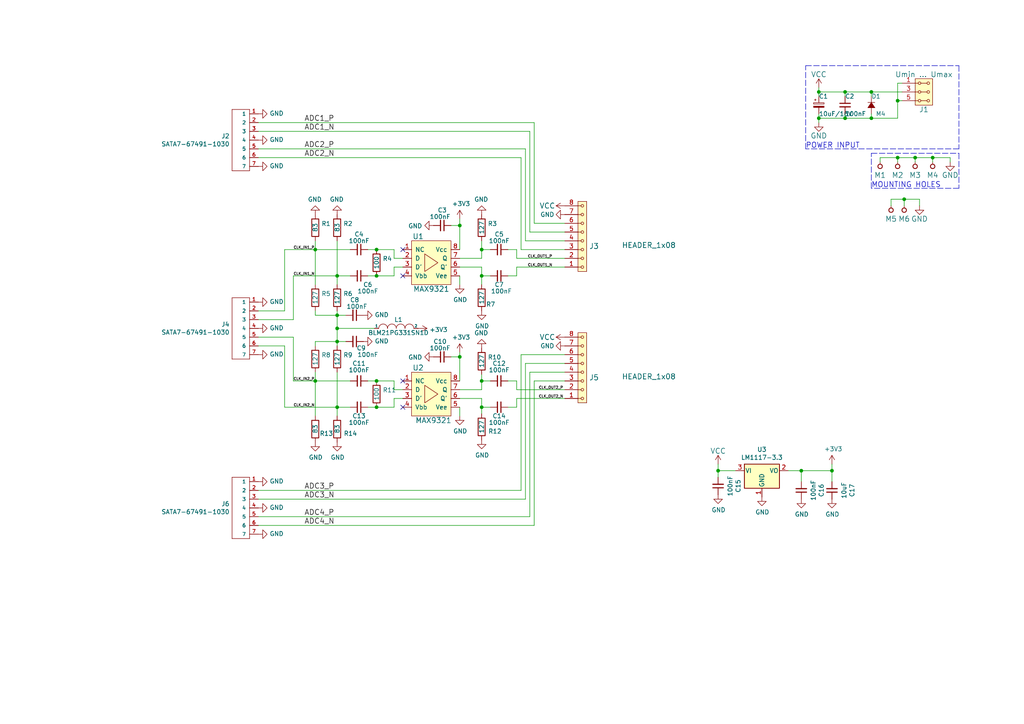
<source format=kicad_sch>
(kicad_sch (version 20211123) (generator eeschema)
  (paper "A4")
  (title_block (title "RFIQINT01A") (date "%F") (rev "REV 0.2") (company "ORBISYS www.orbisys.sk") (comment 1 "VERSION 1") (comment 2 "IQ signals link buffer") (comment 3 "Maksim Rezenov, Jakub kakona"))
  (lib_symbols
    (symbol "RFIQINT01A-rescue:CP_Small-RESCUE-RFIQINT01A" (pin_numbers hide) (pin_names (offset 0.254) hide)
      (property "Reference" "C" (at 0.254 1.778 0))
      (property "Value" "CP_Small-RESCUE-RFIQINT01A" (at 0.254 -2.032 0))
      (symbol "CP_Small-RESCUE-RFIQINT01A_0_1"
        (rectangle (start -1.524 -0.3048) (end 1.524 -0.6858) (fill (type outline)))
        (rectangle (start -1.524 0.6858) (end 1.524 0.3048))
        (polyline (pts (xy -1.27 1.524) (xy -0.762 1.524)))
        (polyline (pts (xy -1.016 1.27) (xy -1.016 1.778)))
      )
      (symbol "CP_Small-RESCUE-RFIQINT01A_1_1"
        (pin passive line (at 0 2.54 270) (length 1.8542) (name "~") (number "1"))
        (pin passive line (at 0 -2.54 90) (length 1.8542) (name "~") (number "2"))
      )
    )
    (symbol "RFIQINT01A-rescue:C_Small-RESCUE-RFIQINT01A" (pin_numbers hide) (pin_names (offset 0.254) hide)
      (property "Reference" "C" (at 0.254 1.778 0))
      (property "Value" "C_Small-RESCUE-RFIQINT01A" (at 0.254 -2.032 0))
      (symbol "C_Small-RESCUE-RFIQINT01A_0_1"
        (polyline (pts (xy -1.524 -0.508) (xy 1.524 -0.508)) (stroke (width 0.3302)))
        (polyline (pts (xy -1.524 0.508) (xy 1.524 0.508)) (stroke (width 0.3048)))
      )
      (symbol "C_Small-RESCUE-RFIQINT01A_1_1"
        (pin passive line (at 0 2.54 270) (length 1.905) (name "~") (number "1"))
        (pin passive line (at 0 -2.54 90) (length 2.032) (name "~") (number "2"))
      )
    )
    (symbol "RFIQINT01A-rescue:D_Small-RESCUE-RFIQINT01A" (pin_numbers hide) (pin_names (offset 0.254) hide)
      (property "Reference" "D" (at -1.27 2.032 0))
      (property "Value" "D_Small-RESCUE-RFIQINT01A" (at -3.81 -2.032 0))
      (symbol "D_Small-RESCUE-RFIQINT01A_0_1"
        (polyline (pts (xy -0.762 -1.016) (xy -0.762 1.016)))
        (polyline (pts (xy 0.762 -1.016) (xy -0.762 0) (xy 0.762 1.016) (xy 0.762 -1.016)) (fill (type outline)))
      )
      (symbol "D_Small-RESCUE-RFIQINT01A_1_1"
        (pin passive line (at -2.54 0 0) (length 1.778) (name "K") (number "1"))
        (pin passive line (at 2.54 0 180) (length 1.778) (name "A") (number "2"))
      )
    )
    (symbol "RFIQINT01A-rescue:HEADER_1x08-MLAB_HEADER" (pin_names (offset 1.016))
      (property "Reference" "J" (at 0 -11.43 0))
      (property "Value" "HEADER_1x08-MLAB_HEADER" (at 0 11.43 0))
      (symbol "HEADER_1x08-MLAB_HEADER_0_1"
        (rectangle (start -1.27 10.16) (end 1.27 -10.16) (fill (type background)))
        (circle (center 0 -8.89) (radius 0.381))
        (circle (center 0 -6.35) (radius 0.381))
        (circle (center 0 -3.81) (radius 0.381))
        (circle (center 0 -1.27) (radius 0.381))
        (polyline (pts (xy -1.27 -8.89) (xy -0.381 -8.89)))
        (polyline (pts (xy -1.27 -6.35) (xy -0.381 -6.35)))
        (polyline (pts (xy -1.27 -3.81) (xy -0.381 -3.81)))
        (polyline (pts (xy -1.27 -1.27) (xy -0.381 -1.27)))
        (polyline (pts (xy -1.27 1.27) (xy -0.381 1.27)))
        (polyline (pts (xy -1.27 3.81) (xy -0.381 3.81)))
        (polyline (pts (xy -1.27 6.35) (xy -0.381 6.35)))
        (polyline (pts (xy -1.27 8.89) (xy -0.381 8.89)))
        (circle (center 0 1.27) (radius 0.381))
        (circle (center 0 3.81) (radius 0.381))
        (circle (center 0 6.35) (radius 0.381))
        (circle (center 0 8.89) (radius 0.381))
      )
      (symbol "HEADER_1x08-MLAB_HEADER_1_1"
        (pin input line (at -5.08 8.89 0) (length 3.81) (name "~") (number "1"))
        (pin input line (at -5.08 6.35 0) (length 3.81) (name "~") (number "2"))
        (pin input line (at -5.08 3.81 0) (length 3.81) (name "~") (number "3"))
        (pin input line (at -5.08 1.27 0) (length 3.81) (name "~") (number "4"))
        (pin input line (at -5.08 -1.27 0) (length 3.81) (name "~") (number "5"))
        (pin input line (at -5.08 -3.81 0) (length 3.81) (name "~") (number "6"))
        (pin input line (at -5.08 -6.35 0) (length 3.81) (name "~") (number "7"))
        (pin input line (at -5.08 -8.89 0) (length 3.81) (name "~") (number "8"))
      )
    )
    (symbol "RFIQINT01A-rescue:HEADER_2x03_PARALLEL-RESCUE-RFIQINT01A" (pin_names (offset 1.016))
      (property "Reference" "J" (at 0 -5.08 0))
      (property "Value" "HEADER_2x03_PARALLEL-RESCUE-RFIQINT01A" (at 0 5.08 0))
      (symbol "HEADER_2x03_PARALLEL-RESCUE-RFIQINT01A_0_1"
        (rectangle (start -2.54 3.81) (end 2.54 -3.81) (fill (type background)))
        (circle (center -1.27 -2.54) (radius 0.381))
        (circle (center -1.27 0) (radius 0.381))
        (circle (center -1.27 2.54) (radius 0.381))
        (polyline (pts (xy -1.651 -2.54) (xy -2.54 -2.54)))
        (polyline (pts (xy -1.651 0) (xy -2.54 0)))
        (polyline (pts (xy -1.651 2.54) (xy -2.54 2.54)))
        (polyline (pts (xy -0.889 -2.54) (xy 0.889 -2.54)))
        (polyline (pts (xy -0.889 0) (xy 0.889 0)))
        (polyline (pts (xy -0.889 2.54) (xy 0.889 2.54)))
        (circle (center 1.27 -2.54) (radius 0.381))
        (circle (center 1.27 0) (radius 0.381))
        (circle (center 1.27 2.54) (radius 0.381))
      )
      (symbol "HEADER_2x03_PARALLEL-RESCUE-RFIQINT01A_1_1"
        (pin input line (at -6.35 2.54 0) (length 3.81) (name "~") (number "1"))
        (pin input line (at -6.35 2.54 0) (length 3.81) hide (name "~") (number "2"))
        (pin input line (at -6.35 0 0) (length 3.81) (name "~") (number "3"))
        (pin input line (at -6.35 0 0) (length 3.81) hide (name "~") (number "4"))
        (pin input line (at -6.35 -2.54 0) (length 3.81) (name "~") (number "5"))
        (pin input line (at -6.35 -2.54 0) (length 3.81) hide (name "~") (number "6"))
      )
    )
    (symbol "RFIQINT01A-rescue:HOLE-RESCUE-RFIQINT01A" (pin_numbers hide) (pin_names (offset 1.016) hide)
      (property "Reference" "M" (at 0 2.54 0))
      (property "Value" "HOLE-RESCUE-RFIQINT01A" (at 0 -2.54 0))
      (symbol "HOLE-RESCUE-RFIQINT01A_0_1"
        (circle (center 0 0) (radius 0.635) (stroke (width 0.254)))
      )
      (symbol "HOLE-RESCUE-RFIQINT01A_1_1"
        (pin input line (at 1.27 0 180) (length 0.635) (name "~") (number "1"))
      )
    )
    (symbol "RFIQINT01A-rescue:MAX9321-DENGS_lib" (pin_names (offset 1.016))
      (property "Reference" "U" (at 1.27 1.27 0))
      (property "Value" "MAX9321-DENGS_lib" (at 7.62 -13.97 0))
      (symbol "MAX9321-DENGS_lib_0_1"
        (polyline (pts (xy 6.35 -3.81) (xy 6.35 -8.89) (xy 10.16 -6.35) (xy 6.35 -3.81)))
        (rectangle (start 2.54 0) (end 13.97 -12.7) (fill (type background)))
      )
      (symbol "MAX9321-DENGS_lib_1_1"
        (pin input line (at 0 -2.54 0) (length 2.54) (name "NC") (number "1"))
        (pin input line (at 0 -5.08 0) (length 2.54) (name "D") (number "2"))
        (pin input line (at 0 -7.62 0) (length 2.54) (name "D'") (number "3"))
        (pin input line (at 0 -10.16 0) (length 2.54) (name "Vbb") (number "4"))
        (pin input line (at 16.51 -10.16 180) (length 2.54) (name "Vee") (number "5"))
        (pin input line (at 16.51 -7.62 180) (length 2.54) (name "Q'") (number "6"))
        (pin input line (at 16.51 -5.08 180) (length 2.54) (name "Q") (number "7"))
        (pin input line (at 16.51 -2.54 180) (length 2.54) (name "Vcc") (number "8"))
      )
    )
    (symbol "RFIQINT01A-rescue:SATA7-67491-1030-MLAB_CONNECTORS" (pin_names (offset 1.016))
      (property "Reference" "J" (at -2.54 10.16 0))
      (property "Value" "SATA7-67491-1030-MLAB_CONNECTORS" (at -2.54 -11.43 0))
      (symbol "SATA7-67491-1030-MLAB_CONNECTORS_1_0"
        (polyline (pts (xy -2.54 -8.89) (xy 2.54 -8.89)))
        (polyline (pts (xy -2.54 8.89) (xy -2.54 -8.89)))
        (polyline (pts (xy 2.54 -8.89) (xy 2.54 8.89)))
        (polyline (pts (xy 2.54 8.89) (xy -2.54 8.89)))
      )
      (symbol "SATA7-67491-1030-MLAB_CONNECTORS_1_1"
        (pin passive line (at -5.08 7.62 0) (length 2.54) (name "1") (number "1"))
        (pin passive line (at -5.08 5.08 0) (length 2.54) (name "2") (number "2"))
        (pin passive line (at -5.08 2.54 0) (length 2.54) (name "3") (number "3"))
        (pin passive line (at -5.08 0 0) (length 2.54) (name "4") (number "4"))
        (pin passive line (at -5.08 -2.54 0) (length 2.54) (name "5") (number "5"))
        (pin passive line (at -5.08 -5.08 0) (length 2.54) (name "6") (number "6"))
        (pin passive line (at -5.08 -7.62 0) (length 2.54) (name "7") (number "7"))
      )
    )
    (symbol "device:C_Small" (pin_numbers hide) (pin_names (offset 0.254) hide)
      (property "Reference" "C" (at 0.254 1.778 0))
      (property "Value" "device_C_Small" (at 0.254 -2.032 0))
      (symbol "C_Small_0_1"
        (polyline (pts (xy -1.524 -0.508) (xy 1.524 -0.508)) (stroke (width 0.3302)))
        (polyline (pts (xy -1.524 0.508) (xy 1.524 0.508)) (stroke (width 0.3048)))
      )
      (symbol "C_Small_1_1"
        (pin passive line (at 0 2.54 270) (length 2.032) (name "~") (number "1"))
        (pin passive line (at 0 -2.54 90) (length 2.032) (name "~") (number "2"))
      )
    )
    (symbol "device:R" (pin_numbers hide) (pin_names (offset 0))
      (property "Reference" "R" (at 2.032 0 90))
      (property "Value" "device_R" (at 0 0 90))
      (symbol "R_0_1"
        (rectangle (start -1.016 -2.54) (end 1.016 2.54) (stroke (width 0.254)))
      )
      (symbol "R_1_1"
        (pin passive line (at 0 3.81 270) (length 1.27) (name "~") (number "1"))
        (pin passive line (at 0 -3.81 90) (length 1.27) (name "~") (number "2"))
      )
    )
    (symbol "power:+3V3" (power) (pin_names (offset 0))
      (property "Value" "+3V3" (at 0 3.556 0))
      (symbol "+3V3_0_1"
        (polyline (pts (xy -0.762 1.27) (xy 0 2.54)))
        (polyline (pts (xy 0 0) (xy 0 2.54)))
        (polyline (pts (xy 0 2.54) (xy 0.762 1.27)))
      )
      (symbol "+3V3_1_1"
        (pin power_in line (at 0 0 90) (length 0) hide (name "+3V3") (number "1"))
      )
    )
    (symbol "power:GND" (power) (pin_names (offset 0))
      (property "Value" "GND" (at 0 -3.81 0))
      (symbol "GND_0_1"
        (polyline (pts (xy 0 0) (xy 0 -1.27) (xy 1.27 -1.27) (xy 0 -2.54) (xy -1.27 -1.27) (xy 0 -1.27)))
      )
      (symbol "GND_1_1"
        (pin power_in line (at 0 0 270) (length 0) hide (name "GND") (number "1"))
      )
    )
    (symbol "power:VCC" (power) (pin_names (offset 0))
      (property "Value" "VCC" (at 0 3.81 0))
      (symbol "VCC_0_1"
        (polyline (pts (xy -0.762 1.27) (xy 0 2.54)))
        (polyline (pts (xy 0 0) (xy 0 2.54)))
        (polyline (pts (xy 0 2.54) (xy 0.762 1.27)))
      )
      (symbol "VCC_1_1"
        (pin power_in line (at 0 0 90) (length 0) hide (name "VCC") (number "1"))
      )
    )
    (symbol "pspice:INDUCTOR" (pin_numbers hide) (pin_names (offset 0))
      (property "Reference" "L" (at 0 2.54 0))
      (property "Value" "INDUCTOR" (at 0 -1.27 0))
      (symbol "INDUCTOR_0_1"
        (arc (start -2.54 0) (mid -3.81 1.27) (end -5.08 0))
        (arc (start 0 0) (mid -1.27 1.27) (end -2.54 0))
        (arc (start 2.54 0) (mid 1.27 1.27) (end 0 0))
        (arc (start 5.08 0) (mid 3.81 1.27) (end 2.54 0))
      )
      (symbol "INDUCTOR_1_1"
        (pin input line (at -6.35 0 0) (length 1.27) (name "1") (number "1"))
        (pin input line (at 6.35 0 180) (length 1.27) (name "2") (number "2"))
      )
    )
    (symbol "regul:LM1117-1.8" (pin_names (offset 0.254))
      (property "Reference" "U" (at -3.81 3.175 0))
      (property "Value" "regul_LM1117-1.8" (at 0 3.175 0))
      (symbol "LM1117-1.8_0_1"
        (rectangle (start -5.08 -5.08) (end 5.08 1.905) (stroke (width 0.254)) (fill (type background)))
      )
      (symbol "LM1117-1.8_1_1"
        (pin power_in line (at 0 -7.62 90) (length 2.54) (name "GND") (number "1"))
        (pin power_out line (at 7.62 0 180) (length 2.54) (name "VO") (number "2"))
        (pin power_in line (at -7.62 0 0) (length 2.54) (name "VI") (number "3"))
      )
    )
  )
  (junction (at 245.11 26.67))
  (junction (at 270.51 45.72))
  (junction (at 241.3 136.525))
  (junction (at 97.79 80.01))
  (junction (at 139.7 80.01))
  (junction (at 262.255 57.785))
  (junction (at 237.49 34.29))
  (junction (at 260.35 45.72))
  (junction (at 133.35 65.405))
  (junction (at 139.7 118.11))
  (junction (at 109.22 110.49))
  (junction (at 97.79 118.11))
  (junction (at 97.79 99.06))
  (junction (at 245.11 34.29))
  (junction (at 133.35 103.505))
  (junction (at 97.79 91.44))
  (junction (at 139.7 110.49))
  (junction (at 109.22 80.01))
  (junction (at 97.79 95.25))
  (junction (at 91.44 72.39))
  (junction (at 139.7 72.39))
  (junction (at 265.43 45.72))
  (junction (at 109.22 72.39))
  (junction (at 232.41 136.525))
  (junction (at 91.44 110.49))
  (junction (at 237.49 26.67))
  (junction (at 109.22 118.11))
  (junction (at 252.73 26.67))
  (junction (at 252.73 34.29))
  (junction (at 260.35 29.21))
  (junction (at 208.28 136.525))
  (no_connect (at 116.84 110.49))
  (no_connect (at 116.84 118.11))
  (no_connect (at 116.84 72.39))
  (no_connect (at 116.84 80.01))
  (wire (pts (xy 275.59 45.72) (xy 270.51 45.72)))
  (wire (pts (xy 139.7 80.01) (xy 142.24 80.01)))
  (wire (pts (xy 139.7 113.03) (xy 139.7 110.49)))
  (wire (pts (xy 147.32 72.39) (xy 149.86 72.39)))
  (wire (pts (xy 74.93 149.86) (xy 153.67 149.86)))
  (wire (pts (xy 109.22 110.49) (xy 114.3 110.49)))
  (wire (pts (xy 213.36 136.525) (xy 208.28 136.525)))
  (wire (pts (xy 133.35 118.11) (xy 133.35 120.65)))
  (wire (pts (xy 97.79 69.85) (xy 97.79 80.01)))
  (wire (pts (xy 130.81 65.405) (xy 133.35 65.405)))
  (wire (pts (xy 97.79 118.11) (xy 97.79 120.65)))
  (wire (pts (xy 109.22 118.11) (xy 114.3 118.11)))
  (wire (pts (xy 106.68 110.49) (xy 109.22 110.49)))
  (wire (pts (xy 74.93 152.4) (xy 154.94 152.4)))
  (wire (pts (xy 139.7 74.93) (xy 139.7 72.39)))
  (wire (pts (xy 237.49 34.29) (xy 237.49 35.56)))
  (wire (pts (xy 245.11 34.29) (xy 237.49 34.29)))
  (wire (pts (xy 261.62 26.67) (xy 252.73 26.67)))
  (wire (pts (xy 74.93 142.24) (xy 151.13 142.24)))
  (wire (pts (xy 245.11 33.02) (xy 245.11 34.29)))
  (wire (pts (xy 133.35 113.03) (xy 139.7 113.03)))
  (wire (pts (xy 82.55 118.11) (xy 97.79 118.11)))
  (wire (pts (xy 97.79 80.01) (xy 97.79 82.55)))
  (wire (pts (xy 258.445 59.69) (xy 258.445 57.785)))
  (wire (pts (xy 147.32 110.49) (xy 149.86 110.49)))
  (wire (pts (xy 228.6 136.525) (xy 232.41 136.525)))
  (wire (pts (xy 252.73 33.02) (xy 252.73 34.29)))
  (wire (pts (xy 85.09 110.49) (xy 91.44 110.49)))
  (wire (pts (xy 149.86 80.01) (xy 149.86 77.47)))
  (wire (pts (xy 109.22 72.39) (xy 114.3 72.39)))
  (wire (pts (xy 270.51 46.99) (xy 270.51 45.72)))
  (wire (pts (xy 106.68 72.39) (xy 109.22 72.39)))
  (wire (pts (xy 152.4 105.41) (xy 163.83 105.41)))
  (wire (pts (xy 258.445 57.785) (xy 262.255 57.785)))
  (wire (pts (xy 260.35 45.72) (xy 255.27 45.72)))
  (wire (pts (xy 91.44 72.39) (xy 101.6 72.39)))
  (polyline (pts (xy 278.13 19.05) (xy 278.13 43.18)))
  (wire (pts (xy 133.35 72.39) (xy 133.35 65.405)))
  (wire (pts (xy 241.3 134.62) (xy 241.3 136.525)))
  (wire (pts (xy 114.3 80.01) (xy 114.3 77.47)))
  (wire (pts (xy 151.13 102.87) (xy 163.83 102.87)))
  (wire (pts (xy 97.79 90.17) (xy 97.79 91.44)))
  (wire (pts (xy 91.44 69.85) (xy 91.44 72.39)))
  (wire (pts (xy 91.44 82.55) (xy 91.44 72.39)))
  (wire (pts (xy 154.94 152.4) (xy 154.94 110.49)))
  (wire (pts (xy 97.79 107.95) (xy 97.79 118.11)))
  (wire (pts (xy 139.7 118.11) (xy 139.7 120.015)))
  (wire (pts (xy 154.94 110.49) (xy 163.83 110.49)))
  (wire (pts (xy 149.86 72.39) (xy 149.86 74.93)))
  (wire (pts (xy 208.28 136.525) (xy 208.28 138.43)))
  (wire (pts (xy 133.35 65.405) (xy 133.35 63.5)))
  (wire (pts (xy 153.67 149.86) (xy 153.67 107.95)))
  (wire (pts (xy 82.55 100.33) (xy 82.55 118.11)))
  (polyline (pts (xy 278.13 44.45) (xy 278.13 54.61)))
  (wire (pts (xy 74.93 97.79) (xy 85.09 97.79)))
  (wire (pts (xy 252.73 27.94) (xy 252.73 26.67)))
  (wire (pts (xy 142.24 118.11) (xy 139.7 118.11)))
  (wire (pts (xy 82.55 90.17) (xy 82.55 72.39)))
  (wire (pts (xy 262.255 57.785) (xy 266.7 57.785)))
  (wire (pts (xy 163.83 64.77) (xy 154.94 64.77)))
  (wire (pts (xy 237.49 26.67) (xy 237.49 27.94)))
  (wire (pts (xy 114.3 74.93) (xy 116.84 74.93)))
  (wire (pts (xy 74.93 45.72) (xy 151.13 45.72)))
  (wire (pts (xy 101.6 118.11) (xy 97.79 118.11)))
  (wire (pts (xy 142.24 110.49) (xy 139.7 110.49)))
  (wire (pts (xy 149.86 110.49) (xy 149.86 113.03)))
  (wire (pts (xy 108.585 95.25) (xy 97.79 95.25)))
  (wire (pts (xy 266.7 57.785) (xy 266.7 59.69)))
  (wire (pts (xy 151.13 72.39) (xy 163.83 72.39)))
  (wire (pts (xy 133.35 82.55) (xy 133.35 80.01)))
  (wire (pts (xy 130.81 103.505) (xy 133.35 103.505)))
  (polyline (pts (xy 278.13 54.61) (xy 252.73 54.61)))
  (wire (pts (xy 139.7 72.39) (xy 142.24 72.39)))
  (wire (pts (xy 262.255 59.69) (xy 262.255 57.785)))
  (wire (pts (xy 85.09 97.79) (xy 85.09 110.49)))
  (wire (pts (xy 149.86 77.47) (xy 163.83 77.47)))
  (wire (pts (xy 74.93 144.78) (xy 152.4 144.78)))
  (wire (pts (xy 260.35 34.29) (xy 252.73 34.29)))
  (wire (pts (xy 245.11 26.67) (xy 237.49 26.67)))
  (wire (pts (xy 147.32 118.11) (xy 149.86 118.11)))
  (wire (pts (xy 265.43 46.99) (xy 265.43 45.72)))
  (wire (pts (xy 261.62 24.13) (xy 260.35 24.13)))
  (wire (pts (xy 252.73 26.67) (xy 245.11 26.67)))
  (wire (pts (xy 91.44 99.06) (xy 97.79 99.06)))
  (wire (pts (xy 154.94 64.77) (xy 154.94 35.56)))
  (wire (pts (xy 97.79 95.25) (xy 97.79 99.06)))
  (wire (pts (xy 109.22 80.01) (xy 114.3 80.01)))
  (wire (pts (xy 74.93 92.71) (xy 85.09 92.71)))
  (wire (pts (xy 114.3 110.49) (xy 114.3 113.03)))
  (wire (pts (xy 151.13 45.72) (xy 151.13 72.39)))
  (wire (pts (xy 139.7 69.85) (xy 139.7 72.39)))
  (wire (pts (xy 133.35 103.505) (xy 133.35 110.49)))
  (wire (pts (xy 97.79 99.06) (xy 100.33 99.06)))
  (wire (pts (xy 270.51 45.72) (xy 265.43 45.72)))
  (wire (pts (xy 97.79 99.06) (xy 97.79 100.33)))
  (wire (pts (xy 106.68 80.01) (xy 109.22 80.01)))
  (wire (pts (xy 237.49 25.4) (xy 237.49 26.67)))
  (wire (pts (xy 101.6 80.01) (xy 97.79 80.01)))
  (wire (pts (xy 149.86 74.93) (xy 163.83 74.93)))
  (wire (pts (xy 147.32 80.01) (xy 149.86 80.01)))
  (wire (pts (xy 149.86 115.57) (xy 163.83 115.57)))
  (wire (pts (xy 114.3 118.11) (xy 114.3 115.57)))
  (polyline (pts (xy 233.68 43.18) (xy 233.68 19.05)))
  (wire (pts (xy 97.79 95.25) (xy 97.79 91.44)))
  (wire (pts (xy 252.73 34.29) (xy 245.11 34.29)))
  (wire (pts (xy 91.44 120.65) (xy 91.44 110.49)))
  (wire (pts (xy 139.7 110.49) (xy 139.7 108.585)))
  (wire (pts (xy 152.4 69.85) (xy 152.4 43.18)))
  (wire (pts (xy 133.35 77.47) (xy 139.7 77.47)))
  (wire (pts (xy 91.44 110.49) (xy 91.44 107.95)))
  (wire (pts (xy 74.93 90.17) (xy 82.55 90.17)))
  (polyline (pts (xy 252.73 54.61) (xy 252.73 44.45)))
  (wire (pts (xy 151.13 142.24) (xy 151.13 102.87)))
  (wire (pts (xy 91.44 100.33) (xy 91.44 99.06)))
  (wire (pts (xy 85.09 80.01) (xy 97.79 80.01)))
  (wire (pts (xy 261.62 29.21) (xy 260.35 29.21)))
  (wire (pts (xy 133.35 74.93) (xy 139.7 74.93)))
  (wire (pts (xy 133.35 102.235) (xy 133.35 103.505)))
  (wire (pts (xy 74.93 38.1) (xy 153.67 38.1)))
  (wire (pts (xy 245.11 27.94) (xy 245.11 26.67)))
  (wire (pts (xy 237.49 33.02) (xy 237.49 34.29)))
  (wire (pts (xy 255.27 45.72) (xy 255.27 46.99)))
  (wire (pts (xy 149.86 113.03) (xy 163.83 113.03)))
  (wire (pts (xy 97.79 91.44) (xy 100.33 91.44)))
  (wire (pts (xy 232.41 136.525) (xy 241.3 136.525)))
  (wire (pts (xy 260.35 46.99) (xy 260.35 45.72)))
  (wire (pts (xy 149.86 118.11) (xy 149.86 115.57)))
  (wire (pts (xy 114.3 72.39) (xy 114.3 74.93)))
  (wire (pts (xy 154.94 35.56) (xy 74.93 35.56)))
  (polyline (pts (xy 233.68 19.05) (xy 278.13 19.05)))
  (wire (pts (xy 241.3 136.525) (xy 241.3 139.7)))
  (wire (pts (xy 153.67 107.95) (xy 163.83 107.95)))
  (wire (pts (xy 139.7 77.47) (xy 139.7 80.01)))
  (wire (pts (xy 153.67 38.1) (xy 153.67 67.31)))
  (wire (pts (xy 153.67 67.31) (xy 163.83 67.31)))
  (wire (pts (xy 133.35 115.57) (xy 139.7 115.57)))
  (wire (pts (xy 85.09 92.71) (xy 85.09 80.01)))
  (polyline (pts (xy 252.73 44.45) (xy 278.13 44.45)))
  (wire (pts (xy 82.55 72.39) (xy 91.44 72.39)))
  (wire (pts (xy 74.93 100.33) (xy 82.55 100.33)))
  (wire (pts (xy 106.68 118.11) (xy 109.22 118.11)))
  (wire (pts (xy 208.28 134.62) (xy 208.28 136.525)))
  (wire (pts (xy 163.83 69.85) (xy 152.4 69.85)))
  (wire (pts (xy 139.7 115.57) (xy 139.7 118.11)))
  (wire (pts (xy 275.59 46.99) (xy 275.59 45.72)))
  (wire (pts (xy 114.3 115.57) (xy 116.84 115.57)))
  (wire (pts (xy 265.43 45.72) (xy 260.35 45.72)))
  (wire (pts (xy 97.79 91.44) (xy 91.44 91.44)))
  (wire (pts (xy 152.4 144.78) (xy 152.4 105.41)))
  (polyline (pts (xy 278.13 43.18) (xy 233.68 43.18)))
  (wire (pts (xy 260.35 29.21) (xy 260.35 34.29)))
  (wire (pts (xy 114.3 77.47) (xy 116.84 77.47)))
  (wire (pts (xy 260.35 24.13) (xy 260.35 29.21)))
  (wire (pts (xy 91.44 91.44) (xy 91.44 90.17)))
  (wire (pts (xy 232.41 139.7) (xy 232.41 136.525)))
  (wire (pts (xy 152.4 43.18) (xy 74.93 43.18)))
  (wire (pts (xy 139.7 82.55) (xy 139.7 80.01)))
  (wire (pts (xy 101.6 110.49) (xy 91.44 110.49)))
  (wire (pts (xy 114.3 113.03) (xy 116.84 113.03)))
  (text "POWER INPUT" (at 233.68 43.18 0) (effects (font (size 1.524 1.524)) (justify left bottom)))
  (text "MOUNTING HOLES" (at 252.73 54.61 0) (effects (font (size 1.524 1.524)) (justify left bottom)))
  (label "ADC1_N" (at 88.265 38.1 0) (effects (font (size 1.524 1.524))))
  (label "ADC4_P" (at 88.265 149.86 0) (effects (font (size 1.524 1.524))))
  (label "CLK_IN2_P" (at 85.09 110.49 0) (effects (font (size 0.762 0.762))))
  (label "ADC2_P" (at 88.265 43.18 0) (effects (font (size 1.524 1.524))))
  (label "ADC1_P" (at 88.265 35.56 0) (effects (font (size 1.524 1.524))))
  (label "ADC3_N" (at 88.265 144.78 0) (effects (font (size 1.524 1.524))))
  (label "CLK_OUT1_N" (at 153.035 77.47 0) (effects (font (size 0.762 0.762))))
  (label "CLK_IN1_P" (at 85.09 72.39 0) (effects (font (size 0.762 0.762))))
  (label "CLK_OUT2_N" (at 156.21 115.57 0) (effects (font (size 0.762 0.762))))
  (label "CLK_OUT1_P" (at 153.035 74.93 0) (effects (font (size 0.762 0.762))))
  (label "CLK_IN2_N" (at 85.09 118.11 0) (effects (font (size 0.762 0.762))))
  (label "CLK_OUT2_P" (at 156.21 113.03 0) (effects (font (size 0.762 0.762))))
  (label "ADC2_N" (at 88.265 45.72 0) (effects (font (size 1.524 1.524))))
  (label "ADC4_N" (at 88.265 152.4 0) (effects (font (size 1.524 1.524))))
  (label "ADC3_P" (at 88.265 142.24 0) (effects (font (size 1.524 1.524))))
  (label "CLK_IN1_N" (at 85.09 80.01 0) (effects (font (size 0.762 0.762))))
  (symbol (lib_id "RFIQINT01A-rescue:HEADER_2x03_PARALLEL-RESCUE-RFIQINT01A") (at 267.97 26.67 0) (unit 1)
    (property "Reference" "J1" (at 267.97 31.75 0) (effects (font (size 1.524 1.524))))
    (property "Value" "Umin ... Umax" (at 267.97 21.59 0) (effects (font (size 1.524 1.524))))
    (property "Footprint" "Mlab_Pin_Headers:Straight_2x03" (effects hide))
  )
  (symbol (lib_id "power:VCC") (at 237.49 25.4 0) (unit 1)
    (property "Reference" "#PWR01" (effects hide))
    (property "Value" "VCC" (at 237.49 21.59 0) (effects (font (size 1.524 1.524))))
  )
  (symbol (lib_id "power:GND") (at 237.49 35.56 0) (unit 1)
    (property "Reference" "#PWR03" (effects hide))
    (property "Value" "GND" (at 237.49 39.37 0) (effects (font (size 1.524 1.524))))
  )
  (symbol (lib_id "RFIQINT01A-rescue:HOLE-RESCUE-RFIQINT01A") (at 255.27 48.26 90) (unit 1)
    (property "Reference" "M1" (at 255.27 50.8 90) (effects (font (size 1.524 1.524))))
    (property "Value" "HOLE" (effects hide))
    (property "Footprint" "Mlab_Mechanical:MountingHole_3mm" (effects hide))
  )
  (symbol (lib_id "RFIQINT01A-rescue:HOLE-RESCUE-RFIQINT01A") (at 260.35 48.26 90) (unit 1)
    (property "Reference" "M2" (at 260.35 50.8 90) (effects (font (size 1.524 1.524))))
    (property "Value" "HOLE" (effects hide))
    (property "Footprint" "Mlab_Mechanical:MountingHole_3mm" (effects hide))
  )
  (symbol (lib_id "RFIQINT01A-rescue:HOLE-RESCUE-RFIQINT01A") (at 265.43 48.26 90) (unit 1)
    (property "Reference" "M3" (at 265.43 50.8 90) (effects (font (size 1.524 1.524))))
    (property "Value" "HOLE" (effects hide))
    (property "Footprint" "Mlab_Mechanical:MountingHole_3mm" (effects hide))
  )
  (symbol (lib_id "RFIQINT01A-rescue:HOLE-RESCUE-RFIQINT01A") (at 270.51 48.26 90) (unit 1)
    (property "Reference" "M4" (at 270.51 50.8 90) (effects (font (size 1.524 1.524))))
    (property "Value" "HOLE" (effects hide))
    (property "Footprint" "Mlab_Mechanical:MountingHole_3mm" (effects hide))
  )
  (symbol (lib_id "power:GND") (at 275.59 46.99 0) (unit 1)
    (property "Reference" "#PWR05" (effects hide))
    (property "Value" "GND" (at 275.59 50.8 0) (effects (font (size 1.524 1.524))))
  )
  (symbol (lib_id "RFIQINT01A-rescue:D_Small-RESCUE-RFIQINT01A") (at 252.73 30.48 90) (mirror x) (unit 1)
    (property "Reference" "D1" (at 252.73 27.94 90) (effects (justify right)))
    (property "Value" "M4" (at 254 33.02 90) (effects (justify right)))
    (property "Footprint" "Diodes_SMD:D_SMA" (effects hide))
  )
  (symbol (lib_id "RFIQINT01A-rescue:C_Small-RESCUE-RFIQINT01A") (at 245.11 30.48 0) (unit 1)
    (property "Reference" "C2" (at 245.11 27.94 0) (effects (justify left)))
    (property "Value" "100nF" (at 245.11 33.02 0) (effects (justify left)))
    (property "Footprint" "Mlab_C:SMD-0603" (effects hide))
  )
  (symbol (lib_id "RFIQINT01A-rescue:CP_Small-RESCUE-RFIQINT01A") (at 237.49 30.48 0) (unit 1)
    (property "Reference" "C1" (at 237.49 27.94 0) (effects (justify left)))
    (property "Value" "10uF/16V" (at 237.49 33.02 0) (effects (justify left)))
    (property "Footprint" "Capacitors_SMD:C_1210_HandSoldering" (effects hide))
  )
  (symbol (lib_id "RFIQINT01A-rescue:MAX9321-DENGS_lib") (at 116.84 69.85 0) (unit 1)
    (property "Reference" "U1" (at 121.285 68.58 0) (effects (font (size 1.524 1.524))))
    (property "Value" "MAX9321" (at 125.095 83.82 0) (effects (font (size 1.524 1.524))))
    (property "Footprint" "Housings_SOIC:SOIC-8_3.9x4.9mm_Pitch1.27mm" (effects hide))
  )
  (symbol (lib_id "RFIQINT01A-rescue:SATA7-67491-1030-MLAB_CONNECTORS") (at 69.85 95.25 0) (mirror y) (unit 1)
    (property "Reference" "J4" (at 66.5988 94.0816 0) (effects (justify left)))
    (property "Value" "SATA7-67491-1030" (at 66.5988 96.393 0) (effects (justify left)))
    (property "Footprint" "Connectors:SATA-7_THT_VERT_2" (effects hide))
  )
  (symbol (lib_id "RFIQINT01A-rescue:HEADER_1x08-MLAB_HEADER") (at 168.91 68.58 0) (mirror x) (unit 1)
    (property "Reference" "J3" (at 170.8658 71.3994 0) (effects (font (size 1.524 1.524)) (justify left)))
    (property "Value" "HEADER_1x08" (at 180.34 71.12 0) (effects (font (size 1.524 1.524)) (justify left)))
    (property "Footprint" "maxrez:IDC381-8-110" (effects hide))
  )
  (symbol (lib_id "device:R") (at 109.22 76.2 0) (unit 1)
    (property "Reference" "R4" (at 110.998 75.0316 0) (effects (justify left)))
    (property "Value" "100" (at 109.22 78.105 90) (effects (justify left)))
    (property "Footprint" "Mlab_R:SMD-0603" (effects hide))
  )
  (symbol (lib_id "device:C_Small") (at 104.14 72.39 270) (unit 1)
    (property "Reference" "C4" (at 104.14 67.945 90))
    (property "Value" "100nF" (at 104.14 69.85 90))
    (property "Footprint" "Mlab_C:SMD-0603" (effects hide))
  )
  (symbol (lib_id "pspice:INDUCTOR") (at 114.935 95.25 0) (unit 1)
    (property "Reference" "L1" (at 115.57 92.71 0))
    (property "Value" "BLM21PG331SN1D" (at 115.57 96.52 0))
    (property "Footprint" "Inductors_SMD:L_0805" (effects hide))
    (property "MFPN" "BLM21PG331SN1D" (effects hide))
  )
  (symbol (lib_id "device:C_Small") (at 104.14 80.01 270) (unit 1)
    (property "Reference" "C6" (at 106.68 82.55 90))
    (property "Value" "100nF" (at 106.68 84.455 90))
    (property "Footprint" "Mlab_C:SMD-0603" (effects hide))
  )
  (symbol (lib_id "device:R") (at 91.44 86.36 0) (unit 1)
    (property "Reference" "R5" (at 93.218 85.1916 0) (effects (justify left)))
    (property "Value" "127" (at 91.44 88.265 90) (effects (justify left)))
    (property "Footprint" "Mlab_R:SMD-0603" (effects hide))
  )
  (symbol (lib_id "device:R") (at 97.79 66.04 0) (unit 1)
    (property "Reference" "R2" (at 99.568 64.8716 0) (effects (justify left)))
    (property "Value" "83" (at 97.79 67.31 90) (effects (justify left)))
    (property "Footprint" "Mlab_R:SMD-0603" (effects hide))
  )
  (symbol (lib_id "device:R") (at 97.79 86.36 0) (unit 1)
    (property "Reference" "R6" (at 99.568 85.1916 0) (effects (justify left)))
    (property "Value" "127" (at 97.79 88.265 90) (effects (justify left)))
    (property "Footprint" "Mlab_R:SMD-0603" (effects hide))
  )
  (symbol (lib_id "device:R") (at 91.44 66.04 0) (unit 1)
    (property "Reference" "R1" (at 93.218 64.8716 0) (effects (justify left)))
    (property "Value" "83" (at 91.44 67.31 90) (effects (justify left)))
    (property "Footprint" "Mlab_R:SMD-0603" (effects hide))
  )
  (symbol (lib_id "power:GND") (at 97.79 62.23 180) (unit 1)
    (property "Reference" "#PWR09" (effects hide))
    (property "Value" "GND" (at 97.663 57.8358 0))
  )
  (symbol (lib_id "power:GND") (at 91.44 62.23 180) (unit 1)
    (property "Reference" "#PWR08" (effects hide))
    (property "Value" "GND" (at 91.313 57.8358 0))
  )
  (symbol (lib_id "device:C_Small") (at 102.87 91.44 270) (unit 1)
    (property "Reference" "C8" (at 102.87 86.995 90))
    (property "Value" "100nF" (at 103.505 88.9 90))
    (property "Footprint" "Mlab_C:SMD-0603" (effects hide))
  )
  (symbol (lib_id "power:GND") (at 105.41 91.44 90) (unit 1)
    (property "Reference" "#PWR017" (effects hide))
    (property "Value" "GND" (at 108.6612 91.313 90) (effects (justify right)))
  )
  (symbol (lib_id "power:+3V3") (at 121.285 95.25 270) (unit 1)
    (property "Reference" "#PWR018" (effects hide))
    (property "Value" "+3V3" (at 124.5362 95.631 90) (effects (justify left)))
  )
  (symbol (lib_id "power:GND") (at 74.93 87.63 90) (unit 1)
    (property "Reference" "#PWR015" (effects hide))
    (property "Value" "GND" (at 78.1812 87.503 90) (effects (justify right)))
  )
  (symbol (lib_id "power:GND") (at 74.93 95.25 90) (unit 1)
    (property "Reference" "#PWR019" (effects hide))
    (property "Value" "GND" (at 78.1812 95.123 90) (effects (justify right)))
  )
  (symbol (lib_id "power:GND") (at 74.93 102.87 90) (unit 1)
    (property "Reference" "#PWR026" (effects hide))
    (property "Value" "GND" (at 78.1812 102.743 90) (effects (justify right)))
  )
  (symbol (lib_id "device:C_Small") (at 144.78 72.39 270) (unit 1)
    (property "Reference" "C5" (at 144.78 67.945 90))
    (property "Value" "100nF" (at 144.78 69.85 90))
    (property "Footprint" "Mlab_C:SMD-0603" (effects hide))
  )
  (symbol (lib_id "device:C_Small") (at 144.78 80.01 270) (unit 1)
    (property "Reference" "C7" (at 144.78 82.55 90))
    (property "Value" "100nF" (at 145.415 84.455 90))
    (property "Footprint" "Mlab_C:SMD-0603" (effects hide))
  )
  (symbol (lib_id "device:R") (at 139.7 86.36 0) (unit 1)
    (property "Reference" "R7" (at 140.97 88.265 0) (effects (justify left)))
    (property "Value" "127" (at 139.7 88.265 90) (effects (justify left)))
    (property "Footprint" "Mlab_R:SMD-0603" (effects hide))
  )
  (symbol (lib_id "device:R") (at 139.7 66.04 0) (unit 1)
    (property "Reference" "R3" (at 141.478 64.8716 0) (effects (justify left)))
    (property "Value" "127" (at 139.7 67.945 90) (effects (justify left)))
    (property "Footprint" "Mlab_R:SMD-0603" (effects hide))
  )
  (symbol (lib_id "power:GND") (at 139.7 90.17 0) (unit 1)
    (property "Reference" "#PWR016" (effects hide))
    (property "Value" "GND" (at 139.827 94.5642 0))
  )
  (symbol (lib_id "power:GND") (at 139.7 62.23 180) (unit 1)
    (property "Reference" "#PWR010" (effects hide))
    (property "Value" "GND" (at 139.573 57.8358 0))
  )
  (symbol (lib_id "power:GND") (at 133.35 82.55 0) (unit 1)
    (property "Reference" "#PWR014" (effects hide))
    (property "Value" "GND" (at 133.477 86.9442 0))
  )
  (symbol (lib_id "power:+3V3") (at 133.35 63.5 0) (unit 1)
    (property "Reference" "#PWR012" (effects hide))
    (property "Value" "+3V3" (at 133.731 59.1058 0))
  )
  (symbol (lib_id "device:C_Small") (at 128.27 65.405 270) (unit 1)
    (property "Reference" "C3" (at 128.27 60.96 90))
    (property "Value" "100nF" (at 127.635 62.865 90))
    (property "Footprint" "Mlab_C:SMD-0603" (effects hide))
  )
  (symbol (lib_id "power:GND") (at 125.73 65.405 270) (unit 1)
    (property "Reference" "#PWR013" (effects hide))
    (property "Value" "GND" (at 122.4788 65.532 90) (effects (justify right)))
  )
  (symbol (lib_id "regul:LM1117-1.8") (at 220.98 136.525 0) (unit 1)
    (property "Reference" "U3" (at 220.98 130.3782 0))
    (property "Value" "LM1117-3.3" (at 220.98 132.6896 0))
    (property "Footprint" "TO_SOT_Packages_SMD:SOT-223-3_TabPin2" (effects hide))
    (property "Datasheet" "http://www.ti.com/lit/ds/symlink/lm1117.pdf" (effects hide))
  )
  (symbol (lib_id "device:C_Small") (at 208.28 140.97 180) (unit 1)
    (property "Reference" "C15" (at 214.0966 140.97 90))
    (property "Value" "100nF" (at 211.7852 140.97 90))
    (property "Footprint" "Mlab_C:SMD-0603" (effects hide))
  )
  (symbol (lib_id "device:C_Small") (at 232.41 142.24 180) (unit 1)
    (property "Reference" "C16" (at 238.2266 142.24 90))
    (property "Value" "100nF" (at 235.9152 142.24 90))
    (property "Footprint" "Mlab_C:SMD-0603" (effects hide))
  )
  (symbol (lib_id "device:C_Small") (at 241.3 142.24 180) (unit 1)
    (property "Reference" "C17" (at 247.1166 142.24 90))
    (property "Value" "10uF" (at 244.8052 142.24 90))
    (property "Footprint" "Mlab_C:C_0805" (effects hide))
  )
  (symbol (lib_id "power:GND") (at 220.98 144.145 0) (unit 1)
    (property "Reference" "#PWR035" (effects hide))
    (property "Value" "GND" (at 221.107 148.5392 0))
  )
  (symbol (lib_id "power:GND") (at 208.28 143.51 0) (unit 1)
    (property "Reference" "#PWR034" (effects hide))
    (property "Value" "GND" (at 208.407 147.9042 0))
  )
  (symbol (lib_id "power:GND") (at 232.41 144.78 0) (unit 1)
    (property "Reference" "#PWR036" (effects hide))
    (property "Value" "GND" (at 232.537 149.1742 0))
  )
  (symbol (lib_id "power:GND") (at 241.3 144.78 0) (unit 1)
    (property "Reference" "#PWR037" (effects hide))
    (property "Value" "GND" (at 241.427 149.1742 0))
  )
  (symbol (lib_id "power:VCC") (at 208.28 134.62 0) (unit 1)
    (property "Reference" "#PWR031" (effects hide))
    (property "Value" "VCC" (at 208.28 130.81 0) (effects (font (size 1.524 1.524))))
  )
  (symbol (lib_id "power:+3V3") (at 241.3 134.62 0) (unit 1)
    (property "Reference" "#PWR032" (effects hide))
    (property "Value" "+3V3" (at 241.681 130.2258 0))
  )
  (symbol (lib_id "power:VCC") (at 163.83 59.69 90) (unit 1)
    (property "Reference" "#PWR07" (effects hide))
    (property "Value" "VCC" (at 158.75 59.69 90) (effects (font (size 1.524 1.524))))
  )
  (symbol (lib_id "power:GND") (at 163.83 62.23 270) (unit 1)
    (property "Reference" "#PWR011" (effects hide))
    (property "Value" "GND" (at 158.75 62.23 90))
  )
  (symbol (lib_id "RFIQINT01A-rescue:SATA7-67491-1030-MLAB_CONNECTORS") (at 69.85 40.64 0) (mirror y) (unit 1)
    (property "Reference" "J2" (at 66.5988 39.4716 0) (effects (justify left)))
    (property "Value" "SATA7-67491-1030" (at 66.5988 41.783 0) (effects (justify left)))
    (property "Footprint" "Connectors:SATA-7_THT_VERT_2" (effects hide))
  )
  (symbol (lib_id "power:GND") (at 74.93 48.26 90) (unit 1)
    (property "Reference" "#PWR06" (effects hide))
    (property "Value" "GND" (at 78.1812 48.133 90) (effects (justify right)))
  )
  (symbol (lib_id "power:GND") (at 74.93 40.64 90) (unit 1)
    (property "Reference" "#PWR04" (effects hide))
    (property "Value" "GND" (at 78.1812 40.513 90) (effects (justify right)))
  )
  (symbol (lib_id "power:GND") (at 74.93 33.02 90) (unit 1)
    (property "Reference" "#PWR02" (effects hide))
    (property "Value" "GND" (at 78.1812 32.893 90) (effects (justify right)))
  )
  (symbol (lib_id "RFIQINT01A-rescue:MAX9321-DENGS_lib") (at 116.84 107.95 0) (unit 1)
    (property "Reference" "U2" (at 121.285 106.68 0) (effects (font (size 1.524 1.524))))
    (property "Value" "MAX9321" (at 125.73 121.92 0) (effects (font (size 1.524 1.524))))
    (property "Footprint" "Housings_SOIC:SOIC-8_3.9x4.9mm_Pitch1.27mm" (effects hide))
  )
  (symbol (lib_id "power:GND") (at 133.35 120.65 0) (unit 1)
    (property "Reference" "#PWR027" (effects hide))
    (property "Value" "GND" (at 133.477 125.0442 0))
  )
  (symbol (lib_id "device:R") (at 139.7 104.775 0) (unit 1)
    (property "Reference" "R10" (at 141.478 103.6066 0) (effects (justify left)))
    (property "Value" "127" (at 139.7 106.68 90) (effects (justify left)))
    (property "Footprint" "Mlab_R:SMD-0603" (effects hide))
  )
  (symbol (lib_id "device:C_Small") (at 144.78 110.49 270) (unit 1)
    (property "Reference" "C12" (at 144.78 105.41 90))
    (property "Value" "100nF" (at 144.78 107.315 90))
    (property "Footprint" "Mlab_C:SMD-0603" (effects hide))
  )
  (symbol (lib_id "device:C_Small") (at 144.78 118.11 270) (unit 1)
    (property "Reference" "C14" (at 144.78 120.65 90))
    (property "Value" "100nF" (at 144.78 122.555 90))
    (property "Footprint" "Mlab_C:SMD-0603" (effects hide))
  )
  (symbol (lib_id "power:GND") (at 139.7 100.965 180) (unit 1)
    (property "Reference" "#PWR023" (effects hide))
    (property "Value" "GND" (at 139.573 96.5708 0))
  )
  (symbol (lib_id "device:R") (at 139.7 123.825 0) (unit 1)
    (property "Reference" "R12" (at 141.605 125.095 0) (effects (justify left)))
    (property "Value" "127" (at 139.7 125.73 90) (effects (justify left)))
    (property "Footprint" "Mlab_R:SMD-0603" (effects hide))
  )
  (symbol (lib_id "power:GND") (at 139.7 127.635 0) (unit 1)
    (property "Reference" "#PWR028" (effects hide))
    (property "Value" "GND" (at 139.827 132.0292 0))
  )
  (symbol (lib_id "device:C_Small") (at 128.27 103.505 270) (unit 1)
    (property "Reference" "C10" (at 127.635 99.06 90))
    (property "Value" "100nF" (at 127.635 100.965 90))
    (property "Footprint" "Mlab_C:SMD-0603" (effects hide))
  )
  (symbol (lib_id "power:GND") (at 125.73 103.505 270) (unit 1)
    (property "Reference" "#PWR025" (effects hide))
    (property "Value" "GND" (at 122.4788 103.632 90) (effects (justify right)))
  )
  (symbol (lib_id "device:R") (at 109.22 114.3 0) (unit 1)
    (property "Reference" "R11" (at 110.998 113.1316 0) (effects (justify left)))
    (property "Value" "100" (at 109.22 116.205 90) (effects (justify left)))
    (property "Footprint" "Mlab_R:SMD-0603" (effects hide))
  )
  (symbol (lib_id "power:+3V3") (at 133.35 102.235 0) (unit 1)
    (property "Reference" "#PWR024" (effects hide))
    (property "Value" "+3V3" (at 133.731 97.8408 0))
  )
  (symbol (lib_id "device:C_Small") (at 104.14 110.49 270) (unit 1)
    (property "Reference" "C11" (at 104.14 105.41 90))
    (property "Value" "100nF" (at 104.14 107.315 90))
    (property "Footprint" "Mlab_C:SMD-0603" (effects hide))
  )
  (symbol (lib_id "device:C_Small") (at 104.14 118.11 270) (unit 1)
    (property "Reference" "C13" (at 104.14 120.65 90))
    (property "Value" "100nF" (at 104.14 122.555 90))
    (property "Footprint" "Mlab_C:SMD-0603" (effects hide))
  )
  (symbol (lib_id "device:R") (at 97.79 104.14 0) (unit 1)
    (property "Reference" "R9" (at 99.568 102.9716 0) (effects (justify left)))
    (property "Value" "127" (at 97.79 106.045 90) (effects (justify left)))
    (property "Footprint" "Mlab_R:SMD-0603" (effects hide))
  )
  (symbol (lib_id "device:R") (at 91.44 104.14 0) (unit 1)
    (property "Reference" "R8" (at 93.218 102.9716 0) (effects (justify left)))
    (property "Value" "127" (at 91.44 106.045 90) (effects (justify left)))
    (property "Footprint" "Mlab_R:SMD-0603" (effects hide))
  )
  (symbol (lib_id "device:R") (at 97.79 124.46 0) (unit 1)
    (property "Reference" "R14" (at 99.695 125.73 0) (effects (justify left)))
    (property "Value" "83" (at 97.79 125.73 90) (effects (justify left)))
    (property "Footprint" "Mlab_R:SMD-0603" (effects hide))
  )
  (symbol (lib_id "device:R") (at 91.44 124.46 0) (unit 1)
    (property "Reference" "R13" (at 92.71 125.73 0) (effects (justify left)))
    (property "Value" "83" (at 91.44 125.73 90) (effects (justify left)))
    (property "Footprint" "Mlab_R:SMD-0603" (effects hide))
  )
  (symbol (lib_id "power:GND") (at 91.44 128.27 0) (unit 1)
    (property "Reference" "#PWR029" (effects hide))
    (property "Value" "GND" (at 91.567 132.6642 0))
  )
  (symbol (lib_id "power:GND") (at 97.79 128.27 0) (unit 1)
    (property "Reference" "#PWR030" (effects hide))
    (property "Value" "GND" (at 97.917 132.6642 0))
  )
  (symbol (lib_id "device:C_Small") (at 102.87 99.06 270) (unit 1)
    (property "Reference" "C9" (at 104.775 100.965 90))
    (property "Value" "100nF" (at 106.68 102.87 90))
    (property "Footprint" "Mlab_C:SMD-0603" (effects hide))
  )
  (symbol (lib_id "power:GND") (at 105.41 99.06 90) (unit 1)
    (property "Reference" "#PWR021" (effects hide))
    (property "Value" "GND" (at 108.6612 98.933 90) (effects (justify right)))
  )
  (symbol (lib_id "RFIQINT01A-rescue:SATA7-67491-1030-MLAB_CONNECTORS") (at 69.85 147.32 0) (mirror y) (unit 1)
    (property "Reference" "J6" (at 66.5988 146.1516 0) (effects (justify left)))
    (property "Value" "SATA7-67491-1030" (at 66.5988 148.463 0) (effects (justify left)))
    (property "Footprint" "Connectors:SATA-7_THT_VERT_2" (effects hide))
  )
  (symbol (lib_id "RFIQINT01A-rescue:HEADER_1x08-MLAB_HEADER") (at 168.91 106.68 0) (mirror x) (unit 1)
    (property "Reference" "J5" (at 170.8658 109.4994 0) (effects (font (size 1.524 1.524)) (justify left)))
    (property "Value" "HEADER_1x08" (at 180.34 109.22 0) (effects (font (size 1.524 1.524)) (justify left)))
    (property "Footprint" "maxrez:IDC381-8-110" (effects hide))
  )
  (symbol (lib_id "RFIQINT01A-rescue:HOLE-RESCUE-RFIQINT01A") (at 258.445 60.96 90) (unit 1)
    (property "Reference" "M5" (at 258.445 63.5 90) (effects (font (size 1.524 1.524))))
    (property "Value" "HOLE" (effects hide))
    (property "Footprint" "Mlab_Mechanical:MountingHole_3mm" (effects hide))
  )
  (symbol (lib_id "RFIQINT01A-rescue:HOLE-RESCUE-RFIQINT01A") (at 262.255 60.96 90) (unit 1)
    (property "Reference" "M6" (at 262.255 63.5 90) (effects (font (size 1.524 1.524))))
    (property "Value" "HOLE" (effects hide))
    (property "Footprint" "Mlab_Mechanical:MountingHole_3mm" (effects hide))
  )
  (symbol (lib_id "power:GND") (at 266.7 59.69 0) (unit 1)
    (property "Reference" "#PWR0101" (effects hide))
    (property "Value" "GND" (at 266.7 63.5 0) (effects (font (size 1.524 1.524))))
  )
  (symbol (lib_id "power:VCC") (at 163.83 97.79 90) (unit 1)
    (property "Reference" "#PWR020" (effects hide))
    (property "Value" "VCC" (at 158.75 97.79 90) (effects (font (size 1.524 1.524))))
  )
  (symbol (lib_id "power:GND") (at 163.83 100.33 270) (unit 1)
    (property "Reference" "#PWR022" (effects hide))
    (property "Value" "GND" (at 158.75 100.33 90))
  )
  (symbol (lib_id "power:GND") (at 74.93 139.7 90) (unit 1)
    (property "Reference" "#PWR033" (effects hide))
    (property "Value" "GND" (at 78.1812 139.573 90) (effects (justify right)))
  )
  (symbol (lib_id "power:GND") (at 74.93 147.32 90) (unit 1)
    (property "Reference" "#PWR038" (effects hide))
    (property "Value" "GND" (at 78.1812 147.193 90) (effects (justify right)))
  )
  (symbol (lib_id "power:GND") (at 74.93 154.94 90) (unit 1)
    (property "Reference" "#PWR039" (effects hide))
    (property "Value" "GND" (at 78.1812 154.813 90) (effects (justify right)))
  )
)
</source>
